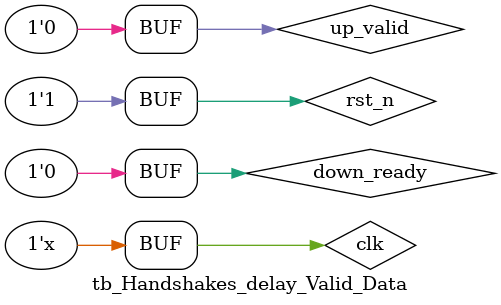
<source format=v>
`timescale 1 ns / 1 ps

module tb_Handshakes_delay_Valid_Data();
reg clk;
reg rst_n;
reg up_valid;
reg [7:0] up_data;
reg down_ready;
wire down_valid;
wire [7:0]down_data;
wire up_ready;

initial begin
	clk = 1'b0;
	rst_n = 1'b0;
	up_valid = 1'b0;
	up_data = 'd0;
	down_ready = 1'b0;
	#35
	rst_n = 1'b1;
	down_ready = 1'b0;
	up_valid = 1'b1;
	#40
	down_ready = 1'b1;
	#20
	down_ready = 1'b0;
	#60
	down_ready = 1'b1;
	#20
	down_ready = 1'b0;
	#60
	down_ready = 1'b1;
	#120
	down_ready = 1'b0;
	up_valid = 1'b0;
	#20
	down_ready = 1'b1;	
	#40
	down_ready = 1'b0;
end

always @(posedge clk)begin
	if(!rst_n)begin
		up_data <= 'd0;
	end
	else if(up_ready && up_valid)begin
		up_data <= {$random}%256;
	end
end

always #10 clk = ~clk;

	Handshakes_delay_Valid_Data #(
			.WORD_WIDTH(8)
		) inst_Handshakes_delay_Valid_Data (
			.clk        (clk),
			.rst_n      (rst_n),
			.up_valid   (up_valid),
			.up_data    (up_data),
			.down_ready (down_ready),
			.down_valid (down_valid),
			.down_data  (down_data),
			.up_ready   (up_ready)
		);


endmodule
</source>
